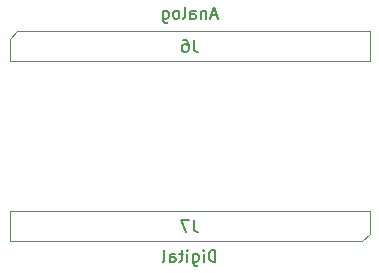
<source format=gbr>
%TF.GenerationSoftware,KiCad,Pcbnew,9.0.5-9.0.5~ubuntu24.04.1*%
%TF.CreationDate,2025-11-18T16:55:04+01:00*%
%TF.ProjectId,Nodo 2 MySensor,4e6f646f-2032-4204-9d79-53656e736f72,rev?*%
%TF.SameCoordinates,Original*%
%TF.FileFunction,AssemblyDrawing,Bot*%
%FSLAX46Y46*%
G04 Gerber Fmt 4.6, Leading zero omitted, Abs format (unit mm)*
G04 Created by KiCad (PCBNEW 9.0.5-9.0.5~ubuntu24.04.1) date 2025-11-18 16:55:04*
%MOMM*%
%LPD*%
G01*
G04 APERTURE LIST*
%ADD10C,0.150000*%
%ADD11C,0.100000*%
G04 APERTURE END LIST*
D10*
X119970475Y-101724819D02*
X119970475Y-100724819D01*
X119970475Y-100724819D02*
X119732380Y-100724819D01*
X119732380Y-100724819D02*
X119589523Y-100772438D01*
X119589523Y-100772438D02*
X119494285Y-100867676D01*
X119494285Y-100867676D02*
X119446666Y-100962914D01*
X119446666Y-100962914D02*
X119399047Y-101153390D01*
X119399047Y-101153390D02*
X119399047Y-101296247D01*
X119399047Y-101296247D02*
X119446666Y-101486723D01*
X119446666Y-101486723D02*
X119494285Y-101581961D01*
X119494285Y-101581961D02*
X119589523Y-101677200D01*
X119589523Y-101677200D02*
X119732380Y-101724819D01*
X119732380Y-101724819D02*
X119970475Y-101724819D01*
X118970475Y-101724819D02*
X118970475Y-101058152D01*
X118970475Y-100724819D02*
X119018094Y-100772438D01*
X119018094Y-100772438D02*
X118970475Y-100820057D01*
X118970475Y-100820057D02*
X118922856Y-100772438D01*
X118922856Y-100772438D02*
X118970475Y-100724819D01*
X118970475Y-100724819D02*
X118970475Y-100820057D01*
X118065714Y-101058152D02*
X118065714Y-101867676D01*
X118065714Y-101867676D02*
X118113333Y-101962914D01*
X118113333Y-101962914D02*
X118160952Y-102010533D01*
X118160952Y-102010533D02*
X118256190Y-102058152D01*
X118256190Y-102058152D02*
X118399047Y-102058152D01*
X118399047Y-102058152D02*
X118494285Y-102010533D01*
X118065714Y-101677200D02*
X118160952Y-101724819D01*
X118160952Y-101724819D02*
X118351428Y-101724819D01*
X118351428Y-101724819D02*
X118446666Y-101677200D01*
X118446666Y-101677200D02*
X118494285Y-101629580D01*
X118494285Y-101629580D02*
X118541904Y-101534342D01*
X118541904Y-101534342D02*
X118541904Y-101248628D01*
X118541904Y-101248628D02*
X118494285Y-101153390D01*
X118494285Y-101153390D02*
X118446666Y-101105771D01*
X118446666Y-101105771D02*
X118351428Y-101058152D01*
X118351428Y-101058152D02*
X118160952Y-101058152D01*
X118160952Y-101058152D02*
X118065714Y-101105771D01*
X117589523Y-101724819D02*
X117589523Y-101058152D01*
X117589523Y-100724819D02*
X117637142Y-100772438D01*
X117637142Y-100772438D02*
X117589523Y-100820057D01*
X117589523Y-100820057D02*
X117541904Y-100772438D01*
X117541904Y-100772438D02*
X117589523Y-100724819D01*
X117589523Y-100724819D02*
X117589523Y-100820057D01*
X117256190Y-101058152D02*
X116875238Y-101058152D01*
X117113333Y-100724819D02*
X117113333Y-101581961D01*
X117113333Y-101581961D02*
X117065714Y-101677200D01*
X117065714Y-101677200D02*
X116970476Y-101724819D01*
X116970476Y-101724819D02*
X116875238Y-101724819D01*
X116113333Y-101724819D02*
X116113333Y-101201009D01*
X116113333Y-101201009D02*
X116160952Y-101105771D01*
X116160952Y-101105771D02*
X116256190Y-101058152D01*
X116256190Y-101058152D02*
X116446666Y-101058152D01*
X116446666Y-101058152D02*
X116541904Y-101105771D01*
X116113333Y-101677200D02*
X116208571Y-101724819D01*
X116208571Y-101724819D02*
X116446666Y-101724819D01*
X116446666Y-101724819D02*
X116541904Y-101677200D01*
X116541904Y-101677200D02*
X116589523Y-101581961D01*
X116589523Y-101581961D02*
X116589523Y-101486723D01*
X116589523Y-101486723D02*
X116541904Y-101391485D01*
X116541904Y-101391485D02*
X116446666Y-101343866D01*
X116446666Y-101343866D02*
X116208571Y-101343866D01*
X116208571Y-101343866D02*
X116113333Y-101296247D01*
X115494285Y-101724819D02*
X115589523Y-101677200D01*
X115589523Y-101677200D02*
X115637142Y-101581961D01*
X115637142Y-101581961D02*
X115637142Y-100724819D01*
X118113333Y-98184819D02*
X118113333Y-98899104D01*
X118113333Y-98899104D02*
X118160952Y-99041961D01*
X118160952Y-99041961D02*
X118256190Y-99137200D01*
X118256190Y-99137200D02*
X118399047Y-99184819D01*
X118399047Y-99184819D02*
X118494285Y-99184819D01*
X117732380Y-98184819D02*
X117065714Y-98184819D01*
X117065714Y-98184819D02*
X117494285Y-99184819D01*
X120089523Y-80865104D02*
X119613333Y-80865104D01*
X120184761Y-81150819D02*
X119851428Y-80150819D01*
X119851428Y-80150819D02*
X119518095Y-81150819D01*
X119184761Y-80484152D02*
X119184761Y-81150819D01*
X119184761Y-80579390D02*
X119137142Y-80531771D01*
X119137142Y-80531771D02*
X119041904Y-80484152D01*
X119041904Y-80484152D02*
X118899047Y-80484152D01*
X118899047Y-80484152D02*
X118803809Y-80531771D01*
X118803809Y-80531771D02*
X118756190Y-80627009D01*
X118756190Y-80627009D02*
X118756190Y-81150819D01*
X117851428Y-81150819D02*
X117851428Y-80627009D01*
X117851428Y-80627009D02*
X117899047Y-80531771D01*
X117899047Y-80531771D02*
X117994285Y-80484152D01*
X117994285Y-80484152D02*
X118184761Y-80484152D01*
X118184761Y-80484152D02*
X118279999Y-80531771D01*
X117851428Y-81103200D02*
X117946666Y-81150819D01*
X117946666Y-81150819D02*
X118184761Y-81150819D01*
X118184761Y-81150819D02*
X118279999Y-81103200D01*
X118279999Y-81103200D02*
X118327618Y-81007961D01*
X118327618Y-81007961D02*
X118327618Y-80912723D01*
X118327618Y-80912723D02*
X118279999Y-80817485D01*
X118279999Y-80817485D02*
X118184761Y-80769866D01*
X118184761Y-80769866D02*
X117946666Y-80769866D01*
X117946666Y-80769866D02*
X117851428Y-80722247D01*
X117232380Y-81150819D02*
X117327618Y-81103200D01*
X117327618Y-81103200D02*
X117375237Y-81007961D01*
X117375237Y-81007961D02*
X117375237Y-80150819D01*
X116708570Y-81150819D02*
X116803808Y-81103200D01*
X116803808Y-81103200D02*
X116851427Y-81055580D01*
X116851427Y-81055580D02*
X116899046Y-80960342D01*
X116899046Y-80960342D02*
X116899046Y-80674628D01*
X116899046Y-80674628D02*
X116851427Y-80579390D01*
X116851427Y-80579390D02*
X116803808Y-80531771D01*
X116803808Y-80531771D02*
X116708570Y-80484152D01*
X116708570Y-80484152D02*
X116565713Y-80484152D01*
X116565713Y-80484152D02*
X116470475Y-80531771D01*
X116470475Y-80531771D02*
X116422856Y-80579390D01*
X116422856Y-80579390D02*
X116375237Y-80674628D01*
X116375237Y-80674628D02*
X116375237Y-80960342D01*
X116375237Y-80960342D02*
X116422856Y-81055580D01*
X116422856Y-81055580D02*
X116470475Y-81103200D01*
X116470475Y-81103200D02*
X116565713Y-81150819D01*
X116565713Y-81150819D02*
X116708570Y-81150819D01*
X115518094Y-80484152D02*
X115518094Y-81293676D01*
X115518094Y-81293676D02*
X115565713Y-81388914D01*
X115565713Y-81388914D02*
X115613332Y-81436533D01*
X115613332Y-81436533D02*
X115708570Y-81484152D01*
X115708570Y-81484152D02*
X115851427Y-81484152D01*
X115851427Y-81484152D02*
X115946665Y-81436533D01*
X115518094Y-81103200D02*
X115613332Y-81150819D01*
X115613332Y-81150819D02*
X115803808Y-81150819D01*
X115803808Y-81150819D02*
X115899046Y-81103200D01*
X115899046Y-81103200D02*
X115946665Y-81055580D01*
X115946665Y-81055580D02*
X115994284Y-80960342D01*
X115994284Y-80960342D02*
X115994284Y-80674628D01*
X115994284Y-80674628D02*
X115946665Y-80579390D01*
X115946665Y-80579390D02*
X115899046Y-80531771D01*
X115899046Y-80531771D02*
X115803808Y-80484152D01*
X115803808Y-80484152D02*
X115613332Y-80484152D01*
X115613332Y-80484152D02*
X115518094Y-80531771D01*
X118113333Y-82944819D02*
X118113333Y-83659104D01*
X118113333Y-83659104D02*
X118160952Y-83801961D01*
X118160952Y-83801961D02*
X118256190Y-83897200D01*
X118256190Y-83897200D02*
X118399047Y-83944819D01*
X118399047Y-83944819D02*
X118494285Y-83944819D01*
X117208571Y-82944819D02*
X117399047Y-82944819D01*
X117399047Y-82944819D02*
X117494285Y-82992438D01*
X117494285Y-82992438D02*
X117541904Y-83040057D01*
X117541904Y-83040057D02*
X117637142Y-83182914D01*
X117637142Y-83182914D02*
X117684761Y-83373390D01*
X117684761Y-83373390D02*
X117684761Y-83754342D01*
X117684761Y-83754342D02*
X117637142Y-83849580D01*
X117637142Y-83849580D02*
X117589523Y-83897200D01*
X117589523Y-83897200D02*
X117494285Y-83944819D01*
X117494285Y-83944819D02*
X117303809Y-83944819D01*
X117303809Y-83944819D02*
X117208571Y-83897200D01*
X117208571Y-83897200D02*
X117160952Y-83849580D01*
X117160952Y-83849580D02*
X117113333Y-83754342D01*
X117113333Y-83754342D02*
X117113333Y-83516247D01*
X117113333Y-83516247D02*
X117160952Y-83421009D01*
X117160952Y-83421009D02*
X117208571Y-83373390D01*
X117208571Y-83373390D02*
X117303809Y-83325771D01*
X117303809Y-83325771D02*
X117494285Y-83325771D01*
X117494285Y-83325771D02*
X117589523Y-83373390D01*
X117589523Y-83373390D02*
X117637142Y-83421009D01*
X117637142Y-83421009D02*
X117684761Y-83516247D01*
D11*
%TO.C,J7*%
X102540000Y-97460000D02*
X102540000Y-100000000D01*
X102540000Y-100000000D02*
X132385000Y-100000000D01*
X132385000Y-100000000D02*
X133020000Y-99365000D01*
X133020000Y-97460000D02*
X102540000Y-97460000D01*
X133020000Y-99365000D02*
X133020000Y-97460000D01*
%TO.C,J6*%
X102540000Y-82855000D02*
X102540000Y-84760000D01*
X102540000Y-84760000D02*
X133020000Y-84760000D01*
X103175000Y-82220000D02*
X102540000Y-82855000D01*
X133020000Y-82220000D02*
X103175000Y-82220000D01*
X133020000Y-84760000D02*
X133020000Y-82220000D01*
%TD*%
M02*

</source>
